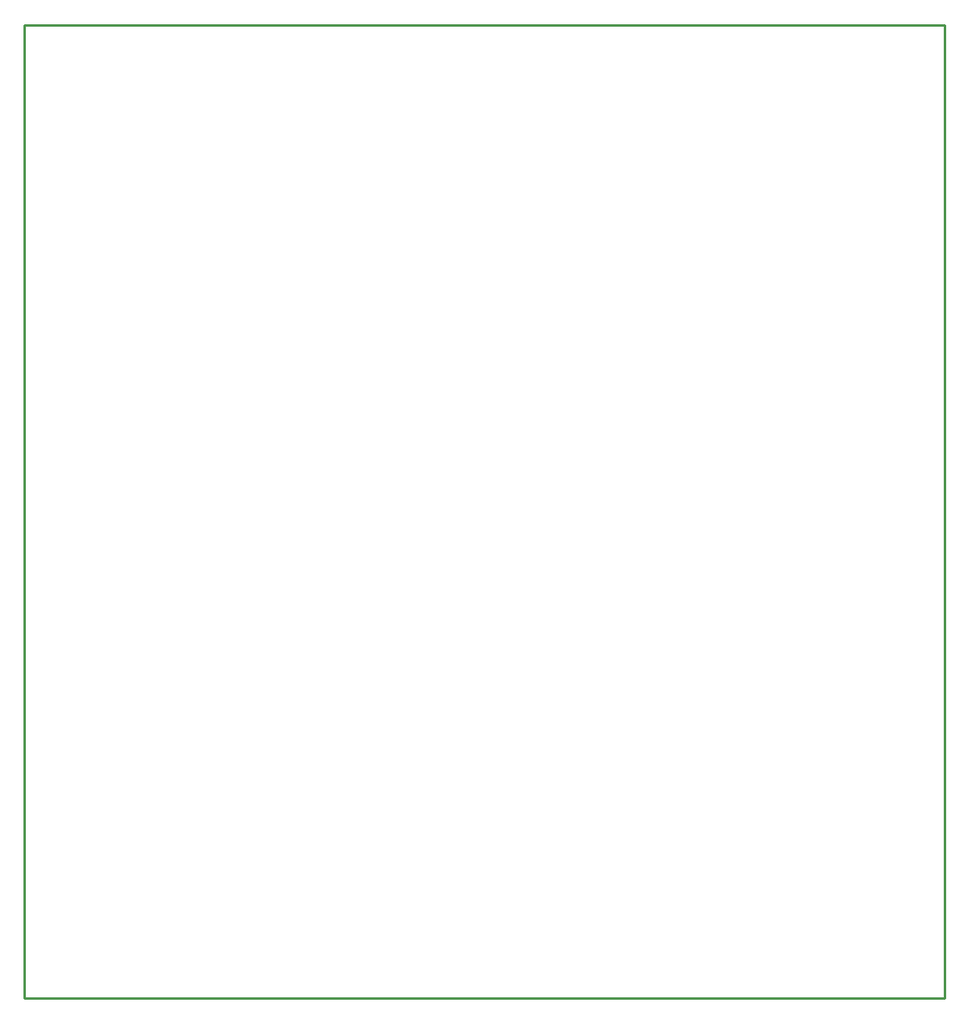
<source format=gko>
G04 Layer_Color=16711935*
%FSLAX25Y25*%
%MOIN*%
G70*
G01*
G75*
%ADD33C,0.01000*%
D33*
X0Y0D02*
Y401000D01*
X379500D01*
Y0D02*
Y401000D01*
X0Y0D02*
X379500D01*
M02*

</source>
